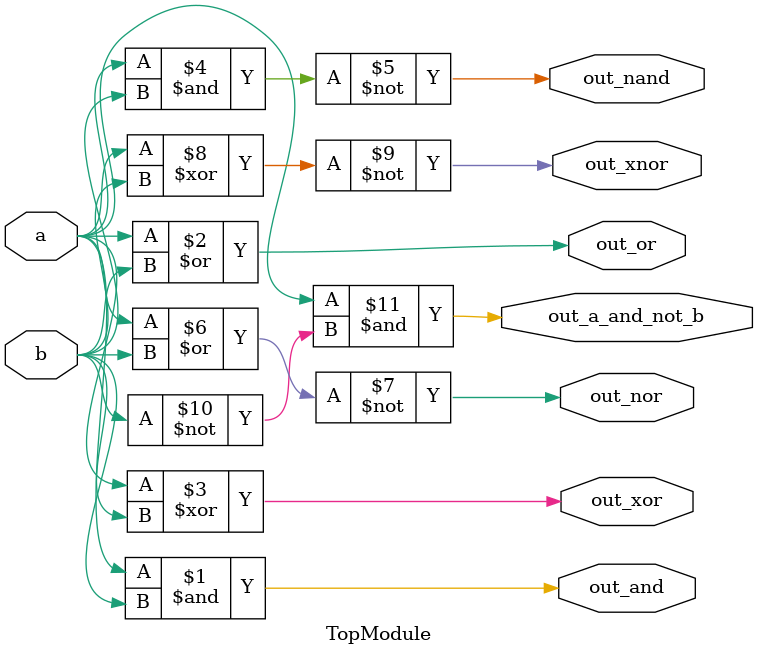
<source format=sv>
module TopModule(
    input logic a,  // Single-bit input signal
    input logic b,  // Single-bit input signal
    output logic out_and,   // Single-bit output for AND operation: a AND b
    output logic out_or,    // Single-bit output for OR operation: a OR b
    output logic out_xor,   // Single-bit output for XOR operation: a XOR b
    output logic out_nand,  // Single-bit output for NAND operation: a NAND b
    output logic out_nor,   // Single-bit output for NOR operation: a NOR b
    output logic out_xnor,  // Single-bit output for XNOR operation: a XNOR b
    output logic out_a_and_not_b // Single-bit output for AND-NOT operation: a AND (NOT b)
);

    // Combinational logic for each output
    assign out_and = a & b;
    assign out_or = a | b;
    assign out_xor = a ^ b;
    assign out_nand = ~(a & b);
    assign out_nor = ~(a | b);
    assign out_xnor = ~(a ^ b);
    assign out_a_and_not_b = a & ~b;

endmodule
</source>
